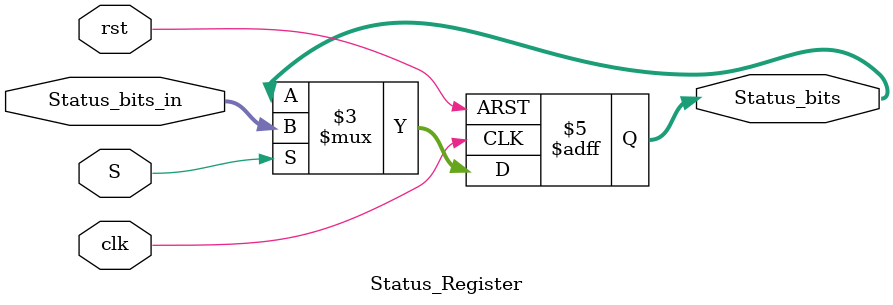
<source format=v>
module Status_Register (
    input clk, rst,
    input [3:0] Status_bits_in,
    input S,
    output reg [3:0] Status_bits
);
    always @(negedge clk, posedge rst) begin
        if (rst) Status_bits <= 4'b1110;
        else if (S) Status_bits <= Status_bits_in;
        else Status_bits <= Status_bits;
    end
endmodule
</source>
